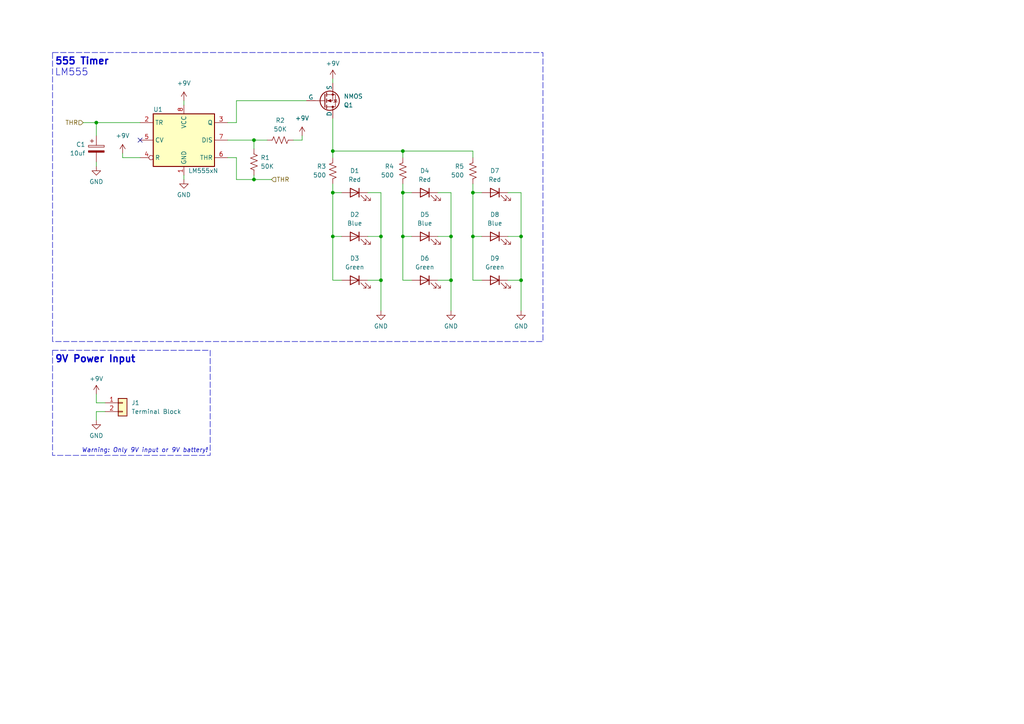
<source format=kicad_sch>
(kicad_sch (version 20230121) (generator eeschema)

  (uuid c4484f03-557e-4657-a7c0-429db6604447)

  (paper "A4")

  (title_block
    (title "Onboarding 555 Timer LEDs")
    (date "2023-12-21")
    (rev "A")
    (company "Illinois Space Society")
    (comment 4 "Authors:")
  )

  (lib_symbols
    (symbol "Connector_Generic:Conn_01x02" (pin_names (offset 1.016) hide) (in_bom yes) (on_board yes)
      (property "Reference" "J" (at 0 2.54 0)
        (effects (font (size 1.27 1.27)))
      )
      (property "Value" "Conn_01x02" (at 0 -5.08 0)
        (effects (font (size 1.27 1.27)))
      )
      (property "Footprint" "" (at 0 0 0)
        (effects (font (size 1.27 1.27)) hide)
      )
      (property "Datasheet" "~" (at 0 0 0)
        (effects (font (size 1.27 1.27)) hide)
      )
      (property "ki_keywords" "connector" (at 0 0 0)
        (effects (font (size 1.27 1.27)) hide)
      )
      (property "ki_description" "Generic connector, single row, 01x02, script generated (kicad-library-utils/schlib/autogen/connector/)" (at 0 0 0)
        (effects (font (size 1.27 1.27)) hide)
      )
      (property "ki_fp_filters" "Connector*:*_1x??_*" (at 0 0 0)
        (effects (font (size 1.27 1.27)) hide)
      )
      (symbol "Conn_01x02_1_1"
        (rectangle (start -1.27 -2.413) (end 0 -2.667)
          (stroke (width 0.1524) (type default))
          (fill (type none))
        )
        (rectangle (start -1.27 0.127) (end 0 -0.127)
          (stroke (width 0.1524) (type default))
          (fill (type none))
        )
        (rectangle (start -1.27 1.27) (end 1.27 -3.81)
          (stroke (width 0.254) (type default))
          (fill (type background))
        )
        (pin passive line (at -5.08 0 0) (length 3.81)
          (name "Pin_1" (effects (font (size 1.27 1.27))))
          (number "1" (effects (font (size 1.27 1.27))))
        )
        (pin passive line (at -5.08 -2.54 0) (length 3.81)
          (name "Pin_2" (effects (font (size 1.27 1.27))))
          (number "2" (effects (font (size 1.27 1.27))))
        )
      )
    )
    (symbol "Device:C_Polarized" (pin_numbers hide) (pin_names (offset 0.254)) (in_bom yes) (on_board yes)
      (property "Reference" "C" (at 0.635 2.54 0)
        (effects (font (size 1.27 1.27)) (justify left))
      )
      (property "Value" "C_Polarized" (at 0.635 -2.54 0)
        (effects (font (size 1.27 1.27)) (justify left))
      )
      (property "Footprint" "" (at 0.9652 -3.81 0)
        (effects (font (size 1.27 1.27)) hide)
      )
      (property "Datasheet" "~" (at 0 0 0)
        (effects (font (size 1.27 1.27)) hide)
      )
      (property "ki_keywords" "cap capacitor" (at 0 0 0)
        (effects (font (size 1.27 1.27)) hide)
      )
      (property "ki_description" "Polarized capacitor" (at 0 0 0)
        (effects (font (size 1.27 1.27)) hide)
      )
      (property "ki_fp_filters" "CP_*" (at 0 0 0)
        (effects (font (size 1.27 1.27)) hide)
      )
      (symbol "C_Polarized_0_1"
        (rectangle (start -2.286 0.508) (end 2.286 1.016)
          (stroke (width 0) (type default))
          (fill (type none))
        )
        (polyline
          (pts
            (xy -1.778 2.286)
            (xy -0.762 2.286)
          )
          (stroke (width 0) (type default))
          (fill (type none))
        )
        (polyline
          (pts
            (xy -1.27 2.794)
            (xy -1.27 1.778)
          )
          (stroke (width 0) (type default))
          (fill (type none))
        )
        (rectangle (start 2.286 -0.508) (end -2.286 -1.016)
          (stroke (width 0) (type default))
          (fill (type outline))
        )
      )
      (symbol "C_Polarized_1_1"
        (pin passive line (at 0 3.81 270) (length 2.794)
          (name "~" (effects (font (size 1.27 1.27))))
          (number "1" (effects (font (size 1.27 1.27))))
        )
        (pin passive line (at 0 -3.81 90) (length 2.794)
          (name "~" (effects (font (size 1.27 1.27))))
          (number "2" (effects (font (size 1.27 1.27))))
        )
      )
    )
    (symbol "Device:LED" (pin_numbers hide) (pin_names (offset 1.016) hide) (in_bom yes) (on_board yes)
      (property "Reference" "D" (at 0 2.54 0)
        (effects (font (size 1.27 1.27)))
      )
      (property "Value" "LED" (at 0 -2.54 0)
        (effects (font (size 1.27 1.27)))
      )
      (property "Footprint" "" (at 0 0 0)
        (effects (font (size 1.27 1.27)) hide)
      )
      (property "Datasheet" "~" (at 0 0 0)
        (effects (font (size 1.27 1.27)) hide)
      )
      (property "ki_keywords" "LED diode" (at 0 0 0)
        (effects (font (size 1.27 1.27)) hide)
      )
      (property "ki_description" "Light emitting diode" (at 0 0 0)
        (effects (font (size 1.27 1.27)) hide)
      )
      (property "ki_fp_filters" "LED* LED_SMD:* LED_THT:*" (at 0 0 0)
        (effects (font (size 1.27 1.27)) hide)
      )
      (symbol "LED_0_1"
        (polyline
          (pts
            (xy -1.27 -1.27)
            (xy -1.27 1.27)
          )
          (stroke (width 0.254) (type default))
          (fill (type none))
        )
        (polyline
          (pts
            (xy -1.27 0)
            (xy 1.27 0)
          )
          (stroke (width 0) (type default))
          (fill (type none))
        )
        (polyline
          (pts
            (xy 1.27 -1.27)
            (xy 1.27 1.27)
            (xy -1.27 0)
            (xy 1.27 -1.27)
          )
          (stroke (width 0.254) (type default))
          (fill (type none))
        )
        (polyline
          (pts
            (xy -3.048 -0.762)
            (xy -4.572 -2.286)
            (xy -3.81 -2.286)
            (xy -4.572 -2.286)
            (xy -4.572 -1.524)
          )
          (stroke (width 0) (type default))
          (fill (type none))
        )
        (polyline
          (pts
            (xy -1.778 -0.762)
            (xy -3.302 -2.286)
            (xy -2.54 -2.286)
            (xy -3.302 -2.286)
            (xy -3.302 -1.524)
          )
          (stroke (width 0) (type default))
          (fill (type none))
        )
      )
      (symbol "LED_1_1"
        (pin passive line (at -3.81 0 0) (length 2.54)
          (name "K" (effects (font (size 1.27 1.27))))
          (number "1" (effects (font (size 1.27 1.27))))
        )
        (pin passive line (at 3.81 0 180) (length 2.54)
          (name "A" (effects (font (size 1.27 1.27))))
          (number "2" (effects (font (size 1.27 1.27))))
        )
      )
    )
    (symbol "Device:R_US" (pin_numbers hide) (pin_names (offset 0)) (in_bom yes) (on_board yes)
      (property "Reference" "R" (at 2.54 0 90)
        (effects (font (size 1.27 1.27)))
      )
      (property "Value" "R_US" (at -2.54 0 90)
        (effects (font (size 1.27 1.27)))
      )
      (property "Footprint" "" (at 1.016 -0.254 90)
        (effects (font (size 1.27 1.27)) hide)
      )
      (property "Datasheet" "~" (at 0 0 0)
        (effects (font (size 1.27 1.27)) hide)
      )
      (property "ki_keywords" "R res resistor" (at 0 0 0)
        (effects (font (size 1.27 1.27)) hide)
      )
      (property "ki_description" "Resistor, US symbol" (at 0 0 0)
        (effects (font (size 1.27 1.27)) hide)
      )
      (property "ki_fp_filters" "R_*" (at 0 0 0)
        (effects (font (size 1.27 1.27)) hide)
      )
      (symbol "R_US_0_1"
        (polyline
          (pts
            (xy 0 -2.286)
            (xy 0 -2.54)
          )
          (stroke (width 0) (type default))
          (fill (type none))
        )
        (polyline
          (pts
            (xy 0 2.286)
            (xy 0 2.54)
          )
          (stroke (width 0) (type default))
          (fill (type none))
        )
        (polyline
          (pts
            (xy 0 -0.762)
            (xy 1.016 -1.143)
            (xy 0 -1.524)
            (xy -1.016 -1.905)
            (xy 0 -2.286)
          )
          (stroke (width 0) (type default))
          (fill (type none))
        )
        (polyline
          (pts
            (xy 0 0.762)
            (xy 1.016 0.381)
            (xy 0 0)
            (xy -1.016 -0.381)
            (xy 0 -0.762)
          )
          (stroke (width 0) (type default))
          (fill (type none))
        )
        (polyline
          (pts
            (xy 0 2.286)
            (xy 1.016 1.905)
            (xy 0 1.524)
            (xy -1.016 1.143)
            (xy 0 0.762)
          )
          (stroke (width 0) (type default))
          (fill (type none))
        )
      )
      (symbol "R_US_1_1"
        (pin passive line (at 0 3.81 270) (length 1.27)
          (name "~" (effects (font (size 1.27 1.27))))
          (number "1" (effects (font (size 1.27 1.27))))
        )
        (pin passive line (at 0 -3.81 90) (length 1.27)
          (name "~" (effects (font (size 1.27 1.27))))
          (number "2" (effects (font (size 1.27 1.27))))
        )
      )
    )
    (symbol "Simulation_SPICE:NMOS" (pin_numbers hide) (pin_names (offset 0)) (in_bom yes) (on_board yes)
      (property "Reference" "Q" (at 5.08 1.27 0)
        (effects (font (size 1.27 1.27)) (justify left))
      )
      (property "Value" "NMOS" (at 5.08 -1.27 0)
        (effects (font (size 1.27 1.27)) (justify left))
      )
      (property "Footprint" "" (at 5.08 2.54 0)
        (effects (font (size 1.27 1.27)) hide)
      )
      (property "Datasheet" "https://ngspice.sourceforge.io/docs/ngspice-manual.pdf" (at 0 -12.7 0)
        (effects (font (size 1.27 1.27)) hide)
      )
      (property "Sim.Device" "NMOS" (at 0 -17.145 0)
        (effects (font (size 1.27 1.27)) hide)
      )
      (property "Sim.Type" "VDMOS" (at 0 -19.05 0)
        (effects (font (size 1.27 1.27)) hide)
      )
      (property "Sim.Pins" "1=D 2=G 3=S" (at 0 -15.24 0)
        (effects (font (size 1.27 1.27)) hide)
      )
      (property "ki_keywords" "transistor NMOS N-MOS N-MOSFET simulation" (at 0 0 0)
        (effects (font (size 1.27 1.27)) hide)
      )
      (property "ki_description" "N-MOSFET transistor, drain/source/gate" (at 0 0 0)
        (effects (font (size 1.27 1.27)) hide)
      )
      (symbol "NMOS_0_1"
        (polyline
          (pts
            (xy 0.254 0)
            (xy -2.54 0)
          )
          (stroke (width 0) (type default))
          (fill (type none))
        )
        (polyline
          (pts
            (xy 0.254 1.905)
            (xy 0.254 -1.905)
          )
          (stroke (width 0.254) (type default))
          (fill (type none))
        )
        (polyline
          (pts
            (xy 0.762 -1.27)
            (xy 0.762 -2.286)
          )
          (stroke (width 0.254) (type default))
          (fill (type none))
        )
        (polyline
          (pts
            (xy 0.762 0.508)
            (xy 0.762 -0.508)
          )
          (stroke (width 0.254) (type default))
          (fill (type none))
        )
        (polyline
          (pts
            (xy 0.762 2.286)
            (xy 0.762 1.27)
          )
          (stroke (width 0.254) (type default))
          (fill (type none))
        )
        (polyline
          (pts
            (xy 2.54 2.54)
            (xy 2.54 1.778)
          )
          (stroke (width 0) (type default))
          (fill (type none))
        )
        (polyline
          (pts
            (xy 2.54 -2.54)
            (xy 2.54 0)
            (xy 0.762 0)
          )
          (stroke (width 0) (type default))
          (fill (type none))
        )
        (polyline
          (pts
            (xy 0.762 -1.778)
            (xy 3.302 -1.778)
            (xy 3.302 1.778)
            (xy 0.762 1.778)
          )
          (stroke (width 0) (type default))
          (fill (type none))
        )
        (polyline
          (pts
            (xy 1.016 0)
            (xy 2.032 0.381)
            (xy 2.032 -0.381)
            (xy 1.016 0)
          )
          (stroke (width 0) (type default))
          (fill (type outline))
        )
        (polyline
          (pts
            (xy 2.794 0.508)
            (xy 2.921 0.381)
            (xy 3.683 0.381)
            (xy 3.81 0.254)
          )
          (stroke (width 0) (type default))
          (fill (type none))
        )
        (polyline
          (pts
            (xy 3.302 0.381)
            (xy 2.921 -0.254)
            (xy 3.683 -0.254)
            (xy 3.302 0.381)
          )
          (stroke (width 0) (type default))
          (fill (type none))
        )
        (circle (center 1.651 0) (radius 2.794)
          (stroke (width 0.254) (type default))
          (fill (type none))
        )
        (circle (center 2.54 -1.778) (radius 0.254)
          (stroke (width 0) (type default))
          (fill (type outline))
        )
        (circle (center 2.54 1.778) (radius 0.254)
          (stroke (width 0) (type default))
          (fill (type outline))
        )
      )
      (symbol "NMOS_1_1"
        (pin passive line (at 2.54 5.08 270) (length 2.54)
          (name "D" (effects (font (size 1.27 1.27))))
          (number "1" (effects (font (size 1.27 1.27))))
        )
        (pin input line (at -5.08 0 0) (length 2.54)
          (name "G" (effects (font (size 1.27 1.27))))
          (number "2" (effects (font (size 1.27 1.27))))
        )
        (pin passive line (at 2.54 -5.08 90) (length 2.54)
          (name "S" (effects (font (size 1.27 1.27))))
          (number "3" (effects (font (size 1.27 1.27))))
        )
      )
    )
    (symbol "Timer:LM555xN" (in_bom yes) (on_board yes)
      (property "Reference" "U" (at -10.16 8.89 0)
        (effects (font (size 1.27 1.27)) (justify left))
      )
      (property "Value" "LM555xN" (at 2.54 8.89 0)
        (effects (font (size 1.27 1.27)) (justify left))
      )
      (property "Footprint" "Package_DIP:DIP-8_W7.62mm" (at 16.51 -10.16 0)
        (effects (font (size 1.27 1.27)) hide)
      )
      (property "Datasheet" "http://www.ti.com/lit/ds/symlink/lm555.pdf" (at 21.59 -10.16 0)
        (effects (font (size 1.27 1.27)) hide)
      )
      (property "ki_keywords" "single timer 555" (at 0 0 0)
        (effects (font (size 1.27 1.27)) hide)
      )
      (property "ki_description" "Timer, 555 compatible, PDIP-8" (at 0 0 0)
        (effects (font (size 1.27 1.27)) hide)
      )
      (property "ki_fp_filters" "DIP*W7.62mm*" (at 0 0 0)
        (effects (font (size 1.27 1.27)) hide)
      )
      (symbol "LM555xN_0_0"
        (pin power_in line (at 0 -10.16 90) (length 2.54)
          (name "GND" (effects (font (size 1.27 1.27))))
          (number "1" (effects (font (size 1.27 1.27))))
        )
        (pin power_in line (at 0 10.16 270) (length 2.54)
          (name "VCC" (effects (font (size 1.27 1.27))))
          (number "8" (effects (font (size 1.27 1.27))))
        )
      )
      (symbol "LM555xN_0_1"
        (rectangle (start -8.89 -7.62) (end 8.89 7.62)
          (stroke (width 0.254) (type default))
          (fill (type background))
        )
        (rectangle (start -8.89 -7.62) (end 8.89 7.62)
          (stroke (width 0.254) (type default))
          (fill (type background))
        )
      )
      (symbol "LM555xN_1_1"
        (pin input line (at -12.7 5.08 0) (length 3.81)
          (name "TR" (effects (font (size 1.27 1.27))))
          (number "2" (effects (font (size 1.27 1.27))))
        )
        (pin output line (at 12.7 5.08 180) (length 3.81)
          (name "Q" (effects (font (size 1.27 1.27))))
          (number "3" (effects (font (size 1.27 1.27))))
        )
        (pin input inverted (at -12.7 -5.08 0) (length 3.81)
          (name "R" (effects (font (size 1.27 1.27))))
          (number "4" (effects (font (size 1.27 1.27))))
        )
        (pin input line (at -12.7 0 0) (length 3.81)
          (name "CV" (effects (font (size 1.27 1.27))))
          (number "5" (effects (font (size 1.27 1.27))))
        )
        (pin input line (at 12.7 -5.08 180) (length 3.81)
          (name "THR" (effects (font (size 1.27 1.27))))
          (number "6" (effects (font (size 1.27 1.27))))
        )
        (pin input line (at 12.7 0 180) (length 3.81)
          (name "DIS" (effects (font (size 1.27 1.27))))
          (number "7" (effects (font (size 1.27 1.27))))
        )
      )
    )
    (symbol "power:+9V" (power) (pin_names (offset 0)) (in_bom yes) (on_board yes)
      (property "Reference" "#PWR" (at 0 -3.81 0)
        (effects (font (size 1.27 1.27)) hide)
      )
      (property "Value" "+9V" (at 0 3.556 0)
        (effects (font (size 1.27 1.27)))
      )
      (property "Footprint" "" (at 0 0 0)
        (effects (font (size 1.27 1.27)) hide)
      )
      (property "Datasheet" "" (at 0 0 0)
        (effects (font (size 1.27 1.27)) hide)
      )
      (property "ki_keywords" "global power" (at 0 0 0)
        (effects (font (size 1.27 1.27)) hide)
      )
      (property "ki_description" "Power symbol creates a global label with name \"+9V\"" (at 0 0 0)
        (effects (font (size 1.27 1.27)) hide)
      )
      (symbol "+9V_0_1"
        (polyline
          (pts
            (xy -0.762 1.27)
            (xy 0 2.54)
          )
          (stroke (width 0) (type default))
          (fill (type none))
        )
        (polyline
          (pts
            (xy 0 0)
            (xy 0 2.54)
          )
          (stroke (width 0) (type default))
          (fill (type none))
        )
        (polyline
          (pts
            (xy 0 2.54)
            (xy 0.762 1.27)
          )
          (stroke (width 0) (type default))
          (fill (type none))
        )
      )
      (symbol "+9V_1_1"
        (pin power_in line (at 0 0 90) (length 0) hide
          (name "+9V" (effects (font (size 1.27 1.27))))
          (number "1" (effects (font (size 1.27 1.27))))
        )
      )
    )
    (symbol "power:GND" (power) (pin_names (offset 0)) (in_bom yes) (on_board yes)
      (property "Reference" "#PWR" (at 0 -6.35 0)
        (effects (font (size 1.27 1.27)) hide)
      )
      (property "Value" "GND" (at 0 -3.81 0)
        (effects (font (size 1.27 1.27)))
      )
      (property "Footprint" "" (at 0 0 0)
        (effects (font (size 1.27 1.27)) hide)
      )
      (property "Datasheet" "" (at 0 0 0)
        (effects (font (size 1.27 1.27)) hide)
      )
      (property "ki_keywords" "global power" (at 0 0 0)
        (effects (font (size 1.27 1.27)) hide)
      )
      (property "ki_description" "Power symbol creates a global label with name \"GND\" , ground" (at 0 0 0)
        (effects (font (size 1.27 1.27)) hide)
      )
      (symbol "GND_0_1"
        (polyline
          (pts
            (xy 0 0)
            (xy 0 -1.27)
            (xy 1.27 -1.27)
            (xy 0 -2.54)
            (xy -1.27 -1.27)
            (xy 0 -1.27)
          )
          (stroke (width 0) (type default))
          (fill (type none))
        )
      )
      (symbol "GND_1_1"
        (pin power_in line (at 0 0 270) (length 0) hide
          (name "GND" (effects (font (size 1.27 1.27))))
          (number "1" (effects (font (size 1.27 1.27))))
        )
      )
    )
  )

  (junction (at 137.16 68.58) (diameter 0) (color 0 0 0 0)
    (uuid 0935990f-bac7-481f-b9de-67cb7d3024d2)
  )
  (junction (at 27.94 35.56) (diameter 0) (color 0 0 0 0)
    (uuid 0f7264fb-15a2-4d6d-a38a-b89f25cf23c5)
  )
  (junction (at 73.66 40.64) (diameter 0) (color 0 0 0 0)
    (uuid 1836232f-d63b-4b9d-be74-1cba02ada9c4)
  )
  (junction (at 151.13 68.58) (diameter 0) (color 0 0 0 0)
    (uuid 2998591e-3ad6-4809-853c-95760959c7fa)
  )
  (junction (at 96.52 43.815) (diameter 0) (color 0 0 0 0)
    (uuid 31ab15a4-7936-41a0-a0e0-0932252dba20)
  )
  (junction (at 96.52 55.88) (diameter 0) (color 0 0 0 0)
    (uuid 4894a22a-1a07-419c-8336-221887461be6)
  )
  (junction (at 116.84 68.58) (diameter 0) (color 0 0 0 0)
    (uuid 70980801-a3ba-4c5e-bf33-5b3204087137)
  )
  (junction (at 73.66 52.07) (diameter 0) (color 0 0 0 0)
    (uuid 7f25b954-f2f0-4d52-afa2-67339a75a090)
  )
  (junction (at 110.49 68.58) (diameter 0) (color 0 0 0 0)
    (uuid 855de1b9-1599-43c9-8abc-a539d6bbb5d3)
  )
  (junction (at 116.84 43.815) (diameter 0) (color 0 0 0 0)
    (uuid a0c827d2-2aa5-421d-ab73-e2bdc873be30)
  )
  (junction (at 137.16 55.88) (diameter 0) (color 0 0 0 0)
    (uuid a3ade2e2-e74e-44c6-bfd8-159b6f1315ff)
  )
  (junction (at 110.49 81.28) (diameter 0) (color 0 0 0 0)
    (uuid b097b3da-fcce-4423-b63f-6ac4eb613ad3)
  )
  (junction (at 130.81 81.28) (diameter 0) (color 0 0 0 0)
    (uuid e50cc52a-9f2d-4440-b82e-3f68c5461990)
  )
  (junction (at 116.84 55.88) (diameter 0) (color 0 0 0 0)
    (uuid e8f4e064-ca52-48e3-8298-576854d56956)
  )
  (junction (at 151.13 81.28) (diameter 0) (color 0 0 0 0)
    (uuid f2a941da-17c3-468e-9dff-2ea2da3ff291)
  )
  (junction (at 96.52 68.58) (diameter 0) (color 0 0 0 0)
    (uuid f2f85bb3-12b5-4d63-af7c-dce2fd8e4d0d)
  )
  (junction (at 130.81 68.58) (diameter 0) (color 0 0 0 0)
    (uuid f6bb9c6b-e803-4c62-9e59-4b44d3e785ba)
  )

  (no_connect (at 40.64 40.64) (uuid 7121ce4c-d4d8-4fb5-9ba4-20645bb6f8b1))

  (wire (pts (xy 96.52 68.58) (xy 99.06 68.58))
    (stroke (width 0) (type default))
    (uuid 0152471d-4efd-48ab-998b-dc4b3594302d)
  )
  (wire (pts (xy 73.66 40.64) (xy 77.47 40.64))
    (stroke (width 0) (type default))
    (uuid 04731993-0d59-4496-92c4-2c0aaa391640)
  )
  (wire (pts (xy 139.7 81.28) (xy 137.16 81.28))
    (stroke (width 0) (type default))
    (uuid 1086143b-7e12-4eb3-a8df-2412da8381fa)
  )
  (wire (pts (xy 151.13 68.58) (xy 151.13 81.28))
    (stroke (width 0) (type default))
    (uuid 108c1f14-6148-4055-ae80-bae738e7aea3)
  )
  (wire (pts (xy 110.49 68.58) (xy 110.49 81.28))
    (stroke (width 0) (type default))
    (uuid 11fe5abf-d211-4d69-a414-a6fbec41904c)
  )
  (wire (pts (xy 130.81 68.58) (xy 130.81 81.28))
    (stroke (width 0) (type default))
    (uuid 1fe60fa1-3a1b-4c41-8262-3f5e0a3f753d)
  )
  (wire (pts (xy 96.52 53.34) (xy 96.52 55.88))
    (stroke (width 0) (type default))
    (uuid 293e68a8-e4c8-4d57-a809-0448c1ed1743)
  )
  (wire (pts (xy 35.56 44.45) (xy 35.56 45.72))
    (stroke (width 0) (type default))
    (uuid 35432ca4-9493-4efc-a1e8-0c5c104d6a1e)
  )
  (wire (pts (xy 119.38 55.88) (xy 116.84 55.88))
    (stroke (width 0) (type default))
    (uuid 3a258b5e-8f6c-4274-a30b-26dc7858c105)
  )
  (wire (pts (xy 116.84 55.88) (xy 116.84 68.58))
    (stroke (width 0) (type default))
    (uuid 3a764c85-93c9-4848-aaf3-57ab9289597c)
  )
  (wire (pts (xy 151.13 81.28) (xy 147.32 81.28))
    (stroke (width 0) (type default))
    (uuid 3d4c5f2c-53ac-4e0d-99d9-515ddad0232d)
  )
  (wire (pts (xy 96.52 43.815) (xy 96.52 45.72))
    (stroke (width 0) (type default))
    (uuid 3d94f8c0-b72a-40fc-9789-c816a9bfb20f)
  )
  (wire (pts (xy 68.58 52.07) (xy 68.58 45.72))
    (stroke (width 0) (type default))
    (uuid 444e99aa-9209-4099-aec8-67c963415891)
  )
  (wire (pts (xy 110.49 81.28) (xy 106.68 81.28))
    (stroke (width 0) (type default))
    (uuid 44e0060d-4479-48b6-9337-b60e84330ae9)
  )
  (wire (pts (xy 27.94 46.99) (xy 27.94 48.26))
    (stroke (width 0) (type default))
    (uuid 4654a6ac-bdae-4fa4-acaa-034ab13166ee)
  )
  (wire (pts (xy 96.52 81.28) (xy 99.06 81.28))
    (stroke (width 0) (type default))
    (uuid 46a4f38c-5569-4428-8519-3dbbf985f9ec)
  )
  (wire (pts (xy 68.58 29.21) (xy 68.58 35.56))
    (stroke (width 0) (type default))
    (uuid 48c152ad-51e1-424c-8066-a3b74ef9f6c6)
  )
  (wire (pts (xy 106.68 55.88) (xy 110.49 55.88))
    (stroke (width 0) (type default))
    (uuid 4e808d7c-32f5-4738-8db6-d130bca98127)
  )
  (wire (pts (xy 130.81 81.28) (xy 127 81.28))
    (stroke (width 0) (type default))
    (uuid 56e1bd7c-ddc4-4309-b9d6-2fe0c3fab1eb)
  )
  (wire (pts (xy 116.84 81.28) (xy 119.38 81.28))
    (stroke (width 0) (type default))
    (uuid 59bfdef9-4bba-4779-863f-2ecc2a8feb9c)
  )
  (wire (pts (xy 96.52 22.86) (xy 96.52 24.13))
    (stroke (width 0) (type default))
    (uuid 60342cb2-9e15-40db-8743-17fab6f19ff8)
  )
  (wire (pts (xy 96.52 43.815) (xy 116.84 43.815))
    (stroke (width 0) (type default))
    (uuid 61472bab-28b5-4d15-b567-0e98d0d0bece)
  )
  (wire (pts (xy 85.09 40.64) (xy 87.63 40.64))
    (stroke (width 0) (type default))
    (uuid 66705233-79e3-4441-bf13-2beb0e76d136)
  )
  (wire (pts (xy 73.66 40.64) (xy 73.66 43.18))
    (stroke (width 0) (type default))
    (uuid 6a4eedb4-d26c-4e90-9aed-4f87e0c3fbc7)
  )
  (wire (pts (xy 68.58 45.72) (xy 66.04 45.72))
    (stroke (width 0) (type default))
    (uuid 709edffd-4866-4468-94cb-d289d61856a5)
  )
  (wire (pts (xy 27.94 121.92) (xy 27.94 119.38))
    (stroke (width 0) (type default))
    (uuid 72277841-8787-4827-8a7f-cfd2c0fed6f5)
  )
  (wire (pts (xy 137.16 55.88) (xy 137.16 68.58))
    (stroke (width 0) (type default))
    (uuid 7376c81c-6491-4460-a8ba-e769b93e3809)
  )
  (wire (pts (xy 78.74 52.07) (xy 73.66 52.07))
    (stroke (width 0) (type default))
    (uuid 7573e3c5-8098-4840-8dba-d3c55e43c883)
  )
  (wire (pts (xy 137.16 68.58) (xy 137.16 81.28))
    (stroke (width 0) (type default))
    (uuid 7dad0c4f-1541-4542-a80a-9ce8c517609c)
  )
  (wire (pts (xy 66.04 40.64) (xy 73.66 40.64))
    (stroke (width 0) (type default))
    (uuid 7fa550cd-c65d-4b80-9533-ed43d418628a)
  )
  (wire (pts (xy 96.52 55.88) (xy 96.52 68.58))
    (stroke (width 0) (type default))
    (uuid 8029b7a2-6ef5-4446-a6f3-2f9681c2c8e5)
  )
  (wire (pts (xy 27.94 119.38) (xy 30.48 119.38))
    (stroke (width 0) (type default))
    (uuid 80c79de2-6270-4e66-9176-c4e6d151b5a8)
  )
  (wire (pts (xy 127 55.88) (xy 130.81 55.88))
    (stroke (width 0) (type default))
    (uuid 85345c92-4a08-4f75-879f-0535afe69941)
  )
  (wire (pts (xy 137.16 43.815) (xy 137.16 45.72))
    (stroke (width 0) (type default))
    (uuid 86467862-841c-4b5a-a0dc-8c34ed25e3d8)
  )
  (wire (pts (xy 35.56 45.72) (xy 40.64 45.72))
    (stroke (width 0) (type default))
    (uuid 86e1e5dd-a511-416c-8995-bbb63b2c249f)
  )
  (wire (pts (xy 66.04 35.56) (xy 68.58 35.56))
    (stroke (width 0) (type default))
    (uuid 86f21c35-184c-4835-abd1-a622124769f6)
  )
  (wire (pts (xy 116.84 68.58) (xy 119.38 68.58))
    (stroke (width 0) (type default))
    (uuid 968630f3-7ab5-4aca-8711-18c47c1b4782)
  )
  (wire (pts (xy 99.06 55.88) (xy 96.52 55.88))
    (stroke (width 0) (type default))
    (uuid 99b65457-da45-444c-8a83-beb34861b332)
  )
  (wire (pts (xy 68.58 29.21) (xy 88.9 29.21))
    (stroke (width 0) (type default))
    (uuid 9abfdf0d-2112-4393-8563-816a202f8d7c)
  )
  (wire (pts (xy 139.7 68.58) (xy 137.16 68.58))
    (stroke (width 0) (type default))
    (uuid 9baf1550-f6b5-4858-9389-1132bb82eb45)
  )
  (wire (pts (xy 27.94 116.84) (xy 30.48 116.84))
    (stroke (width 0) (type default))
    (uuid 9ca4ac3d-32ab-4ee4-bba6-e212f2a1a7bc)
  )
  (wire (pts (xy 27.94 35.56) (xy 27.94 39.37))
    (stroke (width 0) (type default))
    (uuid a23c525f-b6e9-4bdf-9a6b-c984de782a31)
  )
  (wire (pts (xy 73.66 52.07) (xy 73.66 50.8))
    (stroke (width 0) (type default))
    (uuid a7f43181-8abb-4cdc-89c9-df01291c678c)
  )
  (wire (pts (xy 53.34 29.21) (xy 53.34 30.48))
    (stroke (width 0) (type default))
    (uuid a80ad128-358f-4856-97e7-e1f9def0852b)
  )
  (wire (pts (xy 130.81 68.58) (xy 127 68.58))
    (stroke (width 0) (type default))
    (uuid ab108bfc-1686-4d35-b9e8-de9560509948)
  )
  (wire (pts (xy 68.58 52.07) (xy 73.66 52.07))
    (stroke (width 0) (type default))
    (uuid ad8cedc3-3975-4cea-9109-4af377e6738a)
  )
  (wire (pts (xy 110.49 81.28) (xy 110.49 90.17))
    (stroke (width 0) (type default))
    (uuid aed761e9-379f-4e4e-aa66-f3e3241a1c9e)
  )
  (wire (pts (xy 116.84 43.815) (xy 116.84 45.72))
    (stroke (width 0) (type default))
    (uuid b1a84098-6ca2-4894-900a-2981aa0be6c2)
  )
  (wire (pts (xy 137.16 53.34) (xy 137.16 55.88))
    (stroke (width 0) (type default))
    (uuid b438d46b-4932-4a8b-b04f-0fd61085a051)
  )
  (wire (pts (xy 137.16 43.815) (xy 116.84 43.815))
    (stroke (width 0) (type default))
    (uuid b652a1a5-8992-4ef7-8742-fbbc1911246d)
  )
  (wire (pts (xy 130.81 55.88) (xy 130.81 68.58))
    (stroke (width 0) (type default))
    (uuid b9069c15-42de-4d36-9944-776b3846dcc4)
  )
  (wire (pts (xy 116.84 68.58) (xy 116.84 81.28))
    (stroke (width 0) (type default))
    (uuid bf3a4d84-f0b6-4d2b-b0cd-67c796325440)
  )
  (wire (pts (xy 110.49 68.58) (xy 106.68 68.58))
    (stroke (width 0) (type default))
    (uuid c19faa61-5e69-4304-8599-7b8750111460)
  )
  (wire (pts (xy 151.13 81.28) (xy 151.13 90.17))
    (stroke (width 0) (type default))
    (uuid cd6018f3-bd32-4726-997a-f4bd24bffd36)
  )
  (wire (pts (xy 87.63 40.64) (xy 87.63 39.37))
    (stroke (width 0) (type default))
    (uuid cde68366-fb4b-4fbf-9909-035bb34a20cb)
  )
  (wire (pts (xy 27.94 35.56) (xy 40.64 35.56))
    (stroke (width 0) (type default))
    (uuid d2940a7b-d7d5-404a-b3a6-091d521742ca)
  )
  (wire (pts (xy 147.32 55.88) (xy 151.13 55.88))
    (stroke (width 0) (type default))
    (uuid d6a048f5-69ad-4b51-b68b-53bd72c0595f)
  )
  (wire (pts (xy 110.49 55.88) (xy 110.49 68.58))
    (stroke (width 0) (type default))
    (uuid db94206f-1f0b-4cc8-90e0-998455361fb3)
  )
  (wire (pts (xy 130.81 81.28) (xy 130.81 90.17))
    (stroke (width 0) (type default))
    (uuid dead1446-7fd1-4911-944c-eb9c4bb6aab6)
  )
  (wire (pts (xy 27.94 114.3) (xy 27.94 116.84))
    (stroke (width 0) (type default))
    (uuid e59be66c-ba86-427b-a917-8259ceff6610)
  )
  (wire (pts (xy 53.34 50.8) (xy 53.34 52.07))
    (stroke (width 0) (type default))
    (uuid e8ac73d1-8aa1-47cf-9190-7ec2f00de8be)
  )
  (wire (pts (xy 139.7 55.88) (xy 137.16 55.88))
    (stroke (width 0) (type default))
    (uuid e9547016-edf4-4b86-8d80-2c13225e4805)
  )
  (wire (pts (xy 96.52 34.29) (xy 96.52 43.815))
    (stroke (width 0) (type default))
    (uuid ed03bed8-e7f7-476e-8965-fbde9ab795d2)
  )
  (wire (pts (xy 151.13 55.88) (xy 151.13 68.58))
    (stroke (width 0) (type default))
    (uuid f2b52c49-a0be-45db-bd3a-a89645f77cd5)
  )
  (wire (pts (xy 116.84 53.34) (xy 116.84 55.88))
    (stroke (width 0) (type default))
    (uuid f3b7f2cc-f548-43e9-8e13-9e9962196a37)
  )
  (wire (pts (xy 24.13 35.56) (xy 27.94 35.56))
    (stroke (width 0) (type default))
    (uuid f49b6433-5577-42cc-8d87-f68834e41c41)
  )
  (wire (pts (xy 151.13 68.58) (xy 147.32 68.58))
    (stroke (width 0) (type default))
    (uuid f67044c9-54f9-41f7-9ac2-4ee3d9b4525e)
  )
  (wire (pts (xy 96.52 68.58) (xy 96.52 81.28))
    (stroke (width 0) (type default))
    (uuid ff8ea65c-6edb-44b5-9e42-540743deb1f2)
  )

  (rectangle (start 15.24 15.24) (end 157.48 99.06)
    (stroke (width 0) (type dash))
    (fill (type none))
    (uuid ed8d81d3-128b-490c-a724-09831b806c49)
  )
  (rectangle (start 15.24 101.6) (end 60.96 132.08)
    (stroke (width 0) (type dash))
    (fill (type none))
    (uuid fcb993c5-89b6-4a91-84d4-e6ee281e849f)
  )

  (text "LM555" (at 15.875 22.225 0)
    (effects (font (size 2 2)) (justify left bottom))
    (uuid 55242280-b894-47ab-ba88-60156e789f19)
  )
  (text "555 Timer" (at 15.875 19.05 0)
    (effects (font (size 2 2) (thickness 0.4) bold) (justify left bottom))
    (uuid c1231bca-63d0-4405-880b-77a38d5e4eaf)
  )
  (text "9V Power Input" (at 15.875 105.41 0)
    (effects (font (size 2 2) (thickness 0.4) bold) (justify left bottom))
    (uuid c3e5d5d3-0b9e-4d32-8239-5d04ee96f320)
  )
  (text "Warning: Only 9V input or 9V battery!" (at 60.325 131.445 0)
    (effects (font (size 1.27 1.27) italic) (justify right bottom))
    (uuid d89884ec-bad6-4b80-8410-3c2a7dd358aa)
  )

  (hierarchical_label "THR" (shape input) (at 24.13 35.56 180) (fields_autoplaced)
    (effects (font (size 1.27 1.27)) (justify right))
    (uuid 085b56ad-37a5-4377-bfa8-045e4d6c39cc)
  )
  (hierarchical_label "THR" (shape input) (at 78.74 52.07 0) (fields_autoplaced)
    (effects (font (size 1.27 1.27)) (justify left))
    (uuid 22185c97-4b0f-4dec-bdd4-09286f5cf24a)
  )

  (symbol (lib_id "Device:R_US") (at 73.66 46.99 0) (unit 1)
    (in_bom yes) (on_board yes) (dnp no)
    (uuid 007df040-3dcd-4a5a-96dc-206b77b7f268)
    (property "Reference" "R1" (at 75.565 45.72 0)
      (effects (font (size 1.27 1.27)) (justify left))
    )
    (property "Value" "50K" (at 75.565 48.26 0)
      (effects (font (size 1.27 1.27)) (justify left))
    )
    (property "Footprint" "Resistor_THT:R_Axial_DIN0204_L3.6mm_D1.6mm_P2.54mm_Vertical" (at 74.676 47.244 90)
      (effects (font (size 1.27 1.27)) hide)
    )
    (property "Datasheet" "~" (at 73.66 46.99 0)
      (effects (font (size 1.27 1.27)) hide)
    )
    (pin "1" (uuid 018ccbeb-24f8-48dd-81a9-2c083af341a2))
    (pin "2" (uuid 2488d577-00f3-457c-ada4-f1b201720f5f))
    (instances
      (project "SpaceShot_Onboarding_Project"
        (path "/c4484f03-557e-4657-a7c0-429db6604447"
          (reference "R1") (unit 1)
        )
      )
    )
  )

  (symbol (lib_id "power:+9V") (at 35.56 44.45 0) (unit 1)
    (in_bom yes) (on_board yes) (dnp no) (fields_autoplaced)
    (uuid 048f40c6-d5ac-4a1b-9071-15db1f9f0118)
    (property "Reference" "#PWR04" (at 35.56 48.26 0)
      (effects (font (size 1.27 1.27)) hide)
    )
    (property "Value" "+9V" (at 35.56 39.37 0)
      (effects (font (size 1.27 1.27)))
    )
    (property "Footprint" "" (at 35.56 44.45 0)
      (effects (font (size 1.27 1.27)) hide)
    )
    (property "Datasheet" "" (at 35.56 44.45 0)
      (effects (font (size 1.27 1.27)) hide)
    )
    (pin "1" (uuid 9089554f-c6a1-4f8f-b999-a66d3a964e46))
    (instances
      (project "SpaceShot_Onboarding_Project"
        (path "/c4484f03-557e-4657-a7c0-429db6604447"
          (reference "#PWR04") (unit 1)
        )
      )
    )
  )

  (symbol (lib_id "Device:LED") (at 102.87 81.28 0) (mirror y) (unit 1)
    (in_bom yes) (on_board yes) (dnp no)
    (uuid 1bd1a8ca-1478-4d29-8033-91290f78c0a5)
    (property "Reference" "D3" (at 102.87 74.93 0)
      (effects (font (size 1.27 1.27)))
    )
    (property "Value" "Green" (at 102.87 77.47 0)
      (effects (font (size 1.27 1.27)))
    )
    (property "Footprint" "LED_THT:LED_D4.0mm" (at 102.87 81.28 0)
      (effects (font (size 1.27 1.27)) hide)
    )
    (property "Datasheet" "~" (at 102.87 81.28 0)
      (effects (font (size 1.27 1.27)) hide)
    )
    (pin "1" (uuid 350a3d3a-7106-4300-9e18-403a13905633))
    (pin "2" (uuid 17c0019d-54c3-464b-a183-0fc1ed44b16f))
    (instances
      (project "SpaceShot_Onboarding_Project"
        (path "/c4484f03-557e-4657-a7c0-429db6604447"
          (reference "D3") (unit 1)
        )
      )
    )
  )

  (symbol (lib_id "power:+9V") (at 27.94 114.3 0) (unit 1)
    (in_bom yes) (on_board yes) (dnp no)
    (uuid 22b4e5b1-0c31-4a7a-812a-d0d3fea3d1d5)
    (property "Reference" "#PWR02" (at 27.94 118.11 0)
      (effects (font (size 1.27 1.27)) hide)
    )
    (property "Value" "+9V" (at 27.94 109.855 0)
      (effects (font (size 1.27 1.27)))
    )
    (property "Footprint" "" (at 27.94 114.3 0)
      (effects (font (size 1.27 1.27)) hide)
    )
    (property "Datasheet" "" (at 27.94 114.3 0)
      (effects (font (size 1.27 1.27)) hide)
    )
    (pin "1" (uuid 752dc02b-63af-4ff5-aea7-81847522bc1f))
    (instances
      (project "SpaceShot_Onboarding_Project"
        (path "/c4484f03-557e-4657-a7c0-429db6604447"
          (reference "#PWR02") (unit 1)
        )
      )
    )
  )

  (symbol (lib_id "Device:LED") (at 123.19 68.58 0) (mirror y) (unit 1)
    (in_bom yes) (on_board yes) (dnp no)
    (uuid 267c609c-e653-4ad4-ac3a-a87eac2fbc96)
    (property "Reference" "D5" (at 123.19 62.23 0)
      (effects (font (size 1.27 1.27)))
    )
    (property "Value" "Blue" (at 123.19 64.77 0)
      (effects (font (size 1.27 1.27)))
    )
    (property "Footprint" "LED_THT:LED_D4.0mm" (at 123.19 68.58 0)
      (effects (font (size 1.27 1.27)) hide)
    )
    (property "Datasheet" "~" (at 123.19 68.58 0)
      (effects (font (size 1.27 1.27)) hide)
    )
    (pin "1" (uuid 619c1d92-0cba-4654-b36f-92f291d93695))
    (pin "2" (uuid cb72ae50-9086-4216-bc7b-4378311c4e3b))
    (instances
      (project "SpaceShot_Onboarding_Project"
        (path "/c4484f03-557e-4657-a7c0-429db6604447"
          (reference "D5") (unit 1)
        )
      )
    )
  )

  (symbol (lib_id "power:+9V") (at 53.34 29.21 0) (unit 1)
    (in_bom yes) (on_board yes) (dnp no) (fields_autoplaced)
    (uuid 4110b138-4591-4902-9a17-f064277b7c45)
    (property "Reference" "#PWR05" (at 53.34 33.02 0)
      (effects (font (size 1.27 1.27)) hide)
    )
    (property "Value" "+9V" (at 53.34 24.13 0)
      (effects (font (size 1.27 1.27)))
    )
    (property "Footprint" "" (at 53.34 29.21 0)
      (effects (font (size 1.27 1.27)) hide)
    )
    (property "Datasheet" "" (at 53.34 29.21 0)
      (effects (font (size 1.27 1.27)) hide)
    )
    (pin "1" (uuid 8e6c7281-606b-466e-894b-d145aa95c16d))
    (instances
      (project "SpaceShot_Onboarding_Project"
        (path "/c4484f03-557e-4657-a7c0-429db6604447"
          (reference "#PWR05") (unit 1)
        )
      )
    )
  )

  (symbol (lib_id "Device:R_US") (at 137.16 49.53 0) (mirror y) (unit 1)
    (in_bom yes) (on_board yes) (dnp no)
    (uuid 42c911f7-9a07-4770-94d9-89af4937cc91)
    (property "Reference" "R5" (at 134.62 48.26 0)
      (effects (font (size 1.27 1.27)) (justify left))
    )
    (property "Value" "500" (at 134.62 50.8 0)
      (effects (font (size 1.27 1.27)) (justify left))
    )
    (property "Footprint" "Resistor_THT:R_Axial_DIN0204_L3.6mm_D1.6mm_P2.54mm_Vertical" (at 136.144 49.784 90)
      (effects (font (size 1.27 1.27)) hide)
    )
    (property "Datasheet" "~" (at 137.16 49.53 0)
      (effects (font (size 1.27 1.27)) hide)
    )
    (pin "1" (uuid efcf0f04-2396-4e9c-98c2-a0221931ba0f))
    (pin "2" (uuid 404f2f81-8c27-4c82-bc6c-cf7c7ac4b129))
    (instances
      (project "SpaceShot_Onboarding_Project"
        (path "/c4484f03-557e-4657-a7c0-429db6604447"
          (reference "R5") (unit 1)
        )
      )
    )
  )

  (symbol (lib_id "Device:R_US") (at 116.84 49.53 0) (mirror y) (unit 1)
    (in_bom yes) (on_board yes) (dnp no)
    (uuid 45f9c500-21ef-4c0d-b159-8e4a3a270902)
    (property "Reference" "R4" (at 114.3 48.26 0)
      (effects (font (size 1.27 1.27)) (justify left))
    )
    (property "Value" "500" (at 114.3 50.8 0)
      (effects (font (size 1.27 1.27)) (justify left))
    )
    (property "Footprint" "Resistor_THT:R_Axial_DIN0204_L3.6mm_D1.6mm_P2.54mm_Vertical" (at 115.824 49.784 90)
      (effects (font (size 1.27 1.27)) hide)
    )
    (property "Datasheet" "~" (at 116.84 49.53 0)
      (effects (font (size 1.27 1.27)) hide)
    )
    (pin "1" (uuid adc386cd-1cf7-416e-9ffe-fbdd8fe3c882))
    (pin "2" (uuid 9bfc123c-04fc-44a3-9cc2-eb7bfdcd5f15))
    (instances
      (project "SpaceShot_Onboarding_Project"
        (path "/c4484f03-557e-4657-a7c0-429db6604447"
          (reference "R4") (unit 1)
        )
      )
    )
  )

  (symbol (lib_id "power:GND") (at 27.94 48.26 0) (unit 1)
    (in_bom yes) (on_board yes) (dnp no) (fields_autoplaced)
    (uuid 541a0a48-d526-4a81-b3f4-ebeb18449673)
    (property "Reference" "#PWR01" (at 27.94 54.61 0)
      (effects (font (size 1.27 1.27)) hide)
    )
    (property "Value" "GND" (at 27.94 52.705 0)
      (effects (font (size 1.27 1.27)))
    )
    (property "Footprint" "" (at 27.94 48.26 0)
      (effects (font (size 1.27 1.27)) hide)
    )
    (property "Datasheet" "" (at 27.94 48.26 0)
      (effects (font (size 1.27 1.27)) hide)
    )
    (pin "1" (uuid 60c6c49a-96ff-4d68-806f-04fce74b2ce1))
    (instances
      (project "SpaceShot_Onboarding_Project"
        (path "/c4484f03-557e-4657-a7c0-429db6604447"
          (reference "#PWR01") (unit 1)
        )
      )
    )
  )

  (symbol (lib_id "Connector_Generic:Conn_01x02") (at 35.56 116.84 0) (unit 1)
    (in_bom yes) (on_board yes) (dnp no)
    (uuid 5425c7a2-d60c-46dd-9ffd-c7101d3752c9)
    (property "Reference" "J1" (at 38.1 116.84 0)
      (effects (font (size 1.27 1.27)) (justify left))
    )
    (property "Value" "Terminal Block" (at 38.1 119.38 0)
      (effects (font (size 1.27 1.27)) (justify left))
    )
    (property "Footprint" "TerminalBlock_4Ucon:TerminalBlock_4Ucon_1x02_P3.50mm_Horizontal" (at 35.56 116.84 0)
      (effects (font (size 1.27 1.27)) hide)
    )
    (property "Datasheet" "~" (at 35.56 116.84 0)
      (effects (font (size 1.27 1.27)) hide)
    )
    (pin "1" (uuid 424252b2-84b6-4abe-83cf-ac65e9a2f4e2))
    (pin "2" (uuid f51e26d4-67c2-4254-bcfa-9c05ff4192cd))
    (instances
      (project "SpaceShot_Onboarding_Project"
        (path "/c4484f03-557e-4657-a7c0-429db6604447"
          (reference "J1") (unit 1)
        )
      )
    )
  )

  (symbol (lib_id "power:GND") (at 130.81 90.17 0) (mirror y) (unit 1)
    (in_bom yes) (on_board yes) (dnp no) (fields_autoplaced)
    (uuid 72f5b059-2b7d-4519-afda-f332e6ddc730)
    (property "Reference" "#PWR010" (at 130.81 96.52 0)
      (effects (font (size 1.27 1.27)) hide)
    )
    (property "Value" "GND" (at 130.81 94.615 0)
      (effects (font (size 1.27 1.27)))
    )
    (property "Footprint" "" (at 130.81 90.17 0)
      (effects (font (size 1.27 1.27)) hide)
    )
    (property "Datasheet" "" (at 130.81 90.17 0)
      (effects (font (size 1.27 1.27)) hide)
    )
    (pin "1" (uuid c70d84e3-9838-4eba-84d4-16453c255985))
    (instances
      (project "SpaceShot_Onboarding_Project"
        (path "/c4484f03-557e-4657-a7c0-429db6604447"
          (reference "#PWR010") (unit 1)
        )
      )
    )
  )

  (symbol (lib_id "power:+9V") (at 87.63 39.37 0) (unit 1)
    (in_bom yes) (on_board yes) (dnp no) (fields_autoplaced)
    (uuid 73113324-a7c3-4e47-951e-8708b3088e87)
    (property "Reference" "#PWR07" (at 87.63 43.18 0)
      (effects (font (size 1.27 1.27)) hide)
    )
    (property "Value" "+9V" (at 87.63 34.29 0)
      (effects (font (size 1.27 1.27)))
    )
    (property "Footprint" "" (at 87.63 39.37 0)
      (effects (font (size 1.27 1.27)) hide)
    )
    (property "Datasheet" "" (at 87.63 39.37 0)
      (effects (font (size 1.27 1.27)) hide)
    )
    (pin "1" (uuid e58c2d43-c460-4b8b-84d5-39a7ec63a829))
    (instances
      (project "SpaceShot_Onboarding_Project"
        (path "/c4484f03-557e-4657-a7c0-429db6604447"
          (reference "#PWR07") (unit 1)
        )
      )
    )
  )

  (symbol (lib_id "power:GND") (at 53.34 52.07 0) (unit 1)
    (in_bom yes) (on_board yes) (dnp no) (fields_autoplaced)
    (uuid 73c6e6da-9508-4e5a-b045-2e302c82976e)
    (property "Reference" "#PWR06" (at 53.34 58.42 0)
      (effects (font (size 1.27 1.27)) hide)
    )
    (property "Value" "GND" (at 53.34 56.515 0)
      (effects (font (size 1.27 1.27)))
    )
    (property "Footprint" "" (at 53.34 52.07 0)
      (effects (font (size 1.27 1.27)) hide)
    )
    (property "Datasheet" "" (at 53.34 52.07 0)
      (effects (font (size 1.27 1.27)) hide)
    )
    (pin "1" (uuid 91e32b7c-946a-4912-84a8-f937d4c9228e))
    (instances
      (project "SpaceShot_Onboarding_Project"
        (path "/c4484f03-557e-4657-a7c0-429db6604447"
          (reference "#PWR06") (unit 1)
        )
      )
    )
  )

  (symbol (lib_id "Device:R_US") (at 96.52 49.53 0) (mirror y) (unit 1)
    (in_bom yes) (on_board yes) (dnp no)
    (uuid 77dab15d-b9d3-44e0-9a69-60ce876ce341)
    (property "Reference" "R3" (at 94.615 48.26 0)
      (effects (font (size 1.27 1.27)) (justify left))
    )
    (property "Value" "500" (at 94.615 50.8 0)
      (effects (font (size 1.27 1.27)) (justify left))
    )
    (property "Footprint" "Resistor_THT:R_Axial_DIN0204_L3.6mm_D1.6mm_P2.54mm_Vertical" (at 95.504 49.784 90)
      (effects (font (size 1.27 1.27)) hide)
    )
    (property "Datasheet" "~" (at 96.52 49.53 0)
      (effects (font (size 1.27 1.27)) hide)
    )
    (pin "1" (uuid 5798da80-1b43-4e94-b2b3-15fe205928f1))
    (pin "2" (uuid a2f72ae9-52c4-497f-9fc8-cb91d5040074))
    (instances
      (project "SpaceShot_Onboarding_Project"
        (path "/c4484f03-557e-4657-a7c0-429db6604447"
          (reference "R3") (unit 1)
        )
      )
    )
  )

  (symbol (lib_id "Device:LED") (at 143.51 55.88 0) (mirror y) (unit 1)
    (in_bom yes) (on_board yes) (dnp no)
    (uuid 7e171548-3739-47af-af8a-dc458014715b)
    (property "Reference" "D7" (at 143.51 49.53 0)
      (effects (font (size 1.27 1.27)))
    )
    (property "Value" "Red" (at 143.51 52.07 0)
      (effects (font (size 1.27 1.27)))
    )
    (property "Footprint" "LED_THT:LED_D4.0mm" (at 143.51 55.88 0)
      (effects (font (size 1.27 1.27)) hide)
    )
    (property "Datasheet" "~" (at 143.51 55.88 0)
      (effects (font (size 1.27 1.27)) hide)
    )
    (pin "1" (uuid 503214e6-113e-4761-b9b5-dc9604708577))
    (pin "2" (uuid 255e9b35-63a4-4a53-a805-65924c350e3f))
    (instances
      (project "SpaceShot_Onboarding_Project"
        (path "/c4484f03-557e-4657-a7c0-429db6604447"
          (reference "D7") (unit 1)
        )
      )
    )
  )

  (symbol (lib_id "power:GND") (at 27.94 121.92 0) (unit 1)
    (in_bom yes) (on_board yes) (dnp no) (fields_autoplaced)
    (uuid 8ec73217-69bc-43b7-ba5a-23fe7a4ad7c8)
    (property "Reference" "#PWR03" (at 27.94 128.27 0)
      (effects (font (size 1.27 1.27)) hide)
    )
    (property "Value" "GND" (at 27.94 126.365 0)
      (effects (font (size 1.27 1.27)))
    )
    (property "Footprint" "" (at 27.94 121.92 0)
      (effects (font (size 1.27 1.27)) hide)
    )
    (property "Datasheet" "" (at 27.94 121.92 0)
      (effects (font (size 1.27 1.27)) hide)
    )
    (pin "1" (uuid dbe9a176-18c3-420c-8c8e-4df87a85f1ba))
    (instances
      (project "SpaceShot_Onboarding_Project"
        (path "/c4484f03-557e-4657-a7c0-429db6604447"
          (reference "#PWR03") (unit 1)
        )
      )
    )
  )

  (symbol (lib_id "Device:C_Polarized") (at 27.94 43.18 0) (unit 1)
    (in_bom yes) (on_board yes) (dnp no)
    (uuid 8f2fb732-741c-426d-9234-8b9b8b4eaed5)
    (property "Reference" "C1" (at 24.765 41.91 0)
      (effects (font (size 1.27 1.27)) (justify right))
    )
    (property "Value" "10uf" (at 24.765 44.45 0)
      (effects (font (size 1.27 1.27)) (justify right))
    )
    (property "Footprint" "Capacitor_THT:CP_Radial_D5.0mm_P2.00mm" (at 28.9052 46.99 0)
      (effects (font (size 1.27 1.27)) hide)
    )
    (property "Datasheet" "~" (at 27.94 43.18 0)
      (effects (font (size 1.27 1.27)) hide)
    )
    (pin "1" (uuid ee6f8dfc-4bb6-40ce-bec2-24fe89d9ac9d))
    (pin "2" (uuid 679df742-6cf7-4c6b-bda7-ac346c892cd6))
    (instances
      (project "SpaceShot_Onboarding_Project"
        (path "/c4484f03-557e-4657-a7c0-429db6604447"
          (reference "C1") (unit 1)
        )
      )
    )
  )

  (symbol (lib_id "power:GND") (at 110.49 90.17 0) (mirror y) (unit 1)
    (in_bom yes) (on_board yes) (dnp no) (fields_autoplaced)
    (uuid 921a0c28-789c-498e-8a0c-d5e94bfbaf29)
    (property "Reference" "#PWR09" (at 110.49 96.52 0)
      (effects (font (size 1.27 1.27)) hide)
    )
    (property "Value" "GND" (at 110.49 94.615 0)
      (effects (font (size 1.27 1.27)))
    )
    (property "Footprint" "" (at 110.49 90.17 0)
      (effects (font (size 1.27 1.27)) hide)
    )
    (property "Datasheet" "" (at 110.49 90.17 0)
      (effects (font (size 1.27 1.27)) hide)
    )
    (pin "1" (uuid 59e26101-1162-4668-accd-891b39f5bb72))
    (instances
      (project "SpaceShot_Onboarding_Project"
        (path "/c4484f03-557e-4657-a7c0-429db6604447"
          (reference "#PWR09") (unit 1)
        )
      )
    )
  )

  (symbol (lib_id "Device:R_US") (at 81.28 40.64 270) (unit 1)
    (in_bom yes) (on_board yes) (dnp no)
    (uuid a69fc063-f0f8-4632-9aea-8b445de2e93e)
    (property "Reference" "R2" (at 81.28 34.925 90)
      (effects (font (size 1.27 1.27)))
    )
    (property "Value" "50K" (at 81.28 37.465 90)
      (effects (font (size 1.27 1.27)))
    )
    (property "Footprint" "Resistor_THT:R_Axial_DIN0204_L3.6mm_D1.6mm_P2.54mm_Vertical" (at 81.026 41.656 90)
      (effects (font (size 1.27 1.27)) hide)
    )
    (property "Datasheet" "~" (at 81.28 40.64 0)
      (effects (font (size 1.27 1.27)) hide)
    )
    (pin "1" (uuid 28453682-d7e1-4c1b-8556-631ba11a87aa))
    (pin "2" (uuid d8bec919-0b07-4923-9bdc-9640b4e70f98))
    (instances
      (project "SpaceShot_Onboarding_Project"
        (path "/c4484f03-557e-4657-a7c0-429db6604447"
          (reference "R2") (unit 1)
        )
      )
    )
  )

  (symbol (lib_id "Device:LED") (at 102.87 55.88 0) (mirror y) (unit 1)
    (in_bom yes) (on_board yes) (dnp no)
    (uuid a98c081a-21a8-414c-afbe-6f21d09ae328)
    (property "Reference" "D1" (at 102.87 49.53 0)
      (effects (font (size 1.27 1.27)))
    )
    (property "Value" "Red" (at 102.87 52.07 0)
      (effects (font (size 1.27 1.27)))
    )
    (property "Footprint" "LED_THT:LED_D4.0mm" (at 102.87 55.88 0)
      (effects (font (size 1.27 1.27)) hide)
    )
    (property "Datasheet" "~" (at 102.87 55.88 0)
      (effects (font (size 1.27 1.27)) hide)
    )
    (pin "1" (uuid 41372ee9-0361-4919-a0b0-1f1179bbe323))
    (pin "2" (uuid d5bd6c87-bc49-41ae-8489-0ab364e4f2cd))
    (instances
      (project "SpaceShot_Onboarding_Project"
        (path "/c4484f03-557e-4657-a7c0-429db6604447"
          (reference "D1") (unit 1)
        )
      )
    )
  )

  (symbol (lib_id "Device:LED") (at 143.51 68.58 0) (mirror y) (unit 1)
    (in_bom yes) (on_board yes) (dnp no)
    (uuid b0552ddd-afad-45db-bbea-77b854e02da4)
    (property "Reference" "D8" (at 143.51 62.23 0)
      (effects (font (size 1.27 1.27)))
    )
    (property "Value" "Blue" (at 143.51 64.77 0)
      (effects (font (size 1.27 1.27)))
    )
    (property "Footprint" "LED_THT:LED_D4.0mm" (at 143.51 68.58 0)
      (effects (font (size 1.27 1.27)) hide)
    )
    (property "Datasheet" "~" (at 143.51 68.58 0)
      (effects (font (size 1.27 1.27)) hide)
    )
    (pin "1" (uuid 7b0302fe-08e0-4b5c-ab2e-e7a962e7a5fc))
    (pin "2" (uuid 28c0fe0f-d7a6-4611-a735-a511e3c5467c))
    (instances
      (project "SpaceShot_Onboarding_Project"
        (path "/c4484f03-557e-4657-a7c0-429db6604447"
          (reference "D8") (unit 1)
        )
      )
    )
  )

  (symbol (lib_id "power:+9V") (at 96.52 22.86 0) (unit 1)
    (in_bom yes) (on_board yes) (dnp no) (fields_autoplaced)
    (uuid b1944b1d-81ad-4a6b-837f-e301b2c8e0d9)
    (property "Reference" "#PWR08" (at 96.52 26.67 0)
      (effects (font (size 1.27 1.27)) hide)
    )
    (property "Value" "+9V" (at 96.52 18.415 0)
      (effects (font (size 1.27 1.27)))
    )
    (property "Footprint" "" (at 96.52 22.86 0)
      (effects (font (size 1.27 1.27)) hide)
    )
    (property "Datasheet" "" (at 96.52 22.86 0)
      (effects (font (size 1.27 1.27)) hide)
    )
    (pin "1" (uuid 63a99818-a2db-438b-adff-678eccba2f76))
    (instances
      (project "SpaceShot_Onboarding_Project"
        (path "/c4484f03-557e-4657-a7c0-429db6604447"
          (reference "#PWR08") (unit 1)
        )
      )
    )
  )

  (symbol (lib_id "Device:LED") (at 143.51 81.28 0) (mirror y) (unit 1)
    (in_bom yes) (on_board yes) (dnp no)
    (uuid c2d32283-3615-429b-a10a-9530450da0ee)
    (property "Reference" "D9" (at 143.51 74.93 0)
      (effects (font (size 1.27 1.27)))
    )
    (property "Value" "Green" (at 143.51 77.47 0)
      (effects (font (size 1.27 1.27)))
    )
    (property "Footprint" "LED_THT:LED_D4.0mm" (at 143.51 81.28 0)
      (effects (font (size 1.27 1.27)) hide)
    )
    (property "Datasheet" "~" (at 143.51 81.28 0)
      (effects (font (size 1.27 1.27)) hide)
    )
    (pin "1" (uuid a45a3c7c-a79b-4f2d-aceb-c2c9ea2c2903))
    (pin "2" (uuid a0f41cad-39bc-4f3a-9284-da8304d90b19))
    (instances
      (project "SpaceShot_Onboarding_Project"
        (path "/c4484f03-557e-4657-a7c0-429db6604447"
          (reference "D9") (unit 1)
        )
      )
    )
  )

  (symbol (lib_id "Timer:LM555xN") (at 53.34 40.64 0) (unit 1)
    (in_bom yes) (on_board yes) (dnp no)
    (uuid d41b59fa-bd61-4461-a102-ecaafeed238d)
    (property "Reference" "U1" (at 44.45 31.75 0)
      (effects (font (size 1.27 1.27)) (justify left))
    )
    (property "Value" "LM555xN" (at 54.61 49.53 0)
      (effects (font (size 1.27 1.27)) (justify left))
    )
    (property "Footprint" "Package_DIP:DIP-8_W7.62mm" (at 69.85 50.8 0)
      (effects (font (size 1.27 1.27)) hide)
    )
    (property "Datasheet" "http://www.ti.com/lit/ds/symlink/lm555.pdf" (at 74.93 50.8 0)
      (effects (font (size 1.27 1.27)) hide)
    )
    (pin "1" (uuid d6190bde-6a90-478a-9b90-a541e88f3f35))
    (pin "8" (uuid 1a004ce7-9bc3-473f-9108-6648016d9cbf))
    (pin "2" (uuid e6fb52ab-d8fa-437f-88a1-eac3686246aa))
    (pin "3" (uuid 62133d91-da34-469e-8010-225ba23b757d))
    (pin "4" (uuid 365ad2ec-22c9-4f81-b689-4c307fca26f2))
    (pin "5" (uuid bf238fae-f327-4d1c-a154-d8a5c4e79b63))
    (pin "6" (uuid c4c6d73a-dbfe-4653-9932-e2c7432aa562))
    (pin "7" (uuid 8e7cf2a1-096d-41bf-9078-9ba04fed2a14))
    (instances
      (project "SpaceShot_Onboarding_Project"
        (path "/c4484f03-557e-4657-a7c0-429db6604447"
          (reference "U1") (unit 1)
        )
      )
    )
  )

  (symbol (lib_id "Device:LED") (at 102.87 68.58 0) (mirror y) (unit 1)
    (in_bom yes) (on_board yes) (dnp no)
    (uuid d7218ee1-47dc-435b-a4bb-d957ee6fac72)
    (property "Reference" "D2" (at 102.87 62.23 0)
      (effects (font (size 1.27 1.27)))
    )
    (property "Value" "Blue" (at 102.87 64.77 0)
      (effects (font (size 1.27 1.27)))
    )
    (property "Footprint" "LED_THT:LED_D4.0mm" (at 102.87 68.58 0)
      (effects (font (size 1.27 1.27)) hide)
    )
    (property "Datasheet" "~" (at 102.87 68.58 0)
      (effects (font (size 1.27 1.27)) hide)
    )
    (pin "1" (uuid caaff590-5aff-4439-9ea5-e3d6e511f001))
    (pin "2" (uuid 1327ee67-57ed-4351-8122-3e2f56672388))
    (instances
      (project "SpaceShot_Onboarding_Project"
        (path "/c4484f03-557e-4657-a7c0-429db6604447"
          (reference "D2") (unit 1)
        )
      )
    )
  )

  (symbol (lib_id "Simulation_SPICE:NMOS") (at 93.98 29.21 0) (mirror x) (unit 1)
    (in_bom yes) (on_board yes) (dnp no)
    (uuid dd87ed0d-1e8d-401c-8e53-ac2f439765a9)
    (property "Reference" "Q1" (at 99.695 30.48 0)
      (effects (font (size 1.27 1.27)) (justify left))
    )
    (property "Value" "NMOS" (at 99.695 27.94 0)
      (effects (font (size 1.27 1.27)) (justify left))
    )
    (property "Footprint" "Package_TO_SOT_THT:TO-126-3_Horizontal_TabUp" (at 99.06 31.75 0)
      (effects (font (size 1.27 1.27)) hide)
    )
    (property "Datasheet" "https://ngspice.sourceforge.io/docs/ngspice-manual.pdf" (at 93.98 16.51 0)
      (effects (font (size 1.27 1.27)) hide)
    )
    (property "Sim.Device" "NMOS" (at 93.98 12.065 0)
      (effects (font (size 1.27 1.27)) hide)
    )
    (property "Sim.Type" "VDMOS" (at 93.98 10.16 0)
      (effects (font (size 1.27 1.27)) hide)
    )
    (property "Sim.Pins" "1=D 2=G 3=S" (at 93.98 13.97 0)
      (effects (font (size 1.27 1.27)) hide)
    )
    (pin "1" (uuid b70717ca-b8f7-4f87-8439-44a6efa6655d))
    (pin "2" (uuid 1eb8a968-03b0-4c30-bd8d-b8ece7741bce))
    (pin "3" (uuid 133ccf9c-0449-4775-be7f-7912970c94cc))
    (instances
      (project "SpaceShot_Onboarding_Project"
        (path "/c4484f03-557e-4657-a7c0-429db6604447"
          (reference "Q1") (unit 1)
        )
      )
    )
  )

  (symbol (lib_id "Device:LED") (at 123.19 81.28 0) (mirror y) (unit 1)
    (in_bom yes) (on_board yes) (dnp no)
    (uuid e1692e04-cf7d-4159-a17d-51bb1e29cdbc)
    (property "Reference" "D6" (at 123.19 74.93 0)
      (effects (font (size 1.27 1.27)))
    )
    (property "Value" "Green" (at 123.19 77.47 0)
      (effects (font (size 1.27 1.27)))
    )
    (property "Footprint" "LED_THT:LED_D4.0mm" (at 123.19 81.28 0)
      (effects (font (size 1.27 1.27)) hide)
    )
    (property "Datasheet" "~" (at 123.19 81.28 0)
      (effects (font (size 1.27 1.27)) hide)
    )
    (pin "1" (uuid c39ed8fa-c561-4213-8832-f13868c16444))
    (pin "2" (uuid 569e3c99-52e0-4e92-85b1-954a421e6939))
    (instances
      (project "SpaceShot_Onboarding_Project"
        (path "/c4484f03-557e-4657-a7c0-429db6604447"
          (reference "D6") (unit 1)
        )
      )
    )
  )

  (symbol (lib_id "Device:LED") (at 123.19 55.88 0) (mirror y) (unit 1)
    (in_bom yes) (on_board yes) (dnp no)
    (uuid f01c7f40-43ed-4f22-99bb-7ecb61547c76)
    (property "Reference" "D4" (at 123.19 49.53 0)
      (effects (font (size 1.27 1.27)))
    )
    (property "Value" "Red" (at 123.19 52.07 0)
      (effects (font (size 1.27 1.27)))
    )
    (property "Footprint" "LED_THT:LED_D4.0mm" (at 123.19 55.88 0)
      (effects (font (size 1.27 1.27)) hide)
    )
    (property "Datasheet" "~" (at 123.19 55.88 0)
      (effects (font (size 1.27 1.27)) hide)
    )
    (pin "1" (uuid 5368f3d5-b1b2-4b53-9a42-1a9f8407e705))
    (pin "2" (uuid 45cc1e3d-41fa-4fa7-bbe3-7ac7b0b0bec4))
    (instances
      (project "SpaceShot_Onboarding_Project"
        (path "/c4484f03-557e-4657-a7c0-429db6604447"
          (reference "D4") (unit 1)
        )
      )
    )
  )

  (symbol (lib_id "power:GND") (at 151.13 90.17 0) (mirror y) (unit 1)
    (in_bom yes) (on_board yes) (dnp no) (fields_autoplaced)
    (uuid f7a42ee4-4456-40fd-904a-3fd53c3b88e7)
    (property "Reference" "#PWR011" (at 151.13 96.52 0)
      (effects (font (size 1.27 1.27)) hide)
    )
    (property "Value" "GND" (at 151.13 94.615 0)
      (effects (font (size 1.27 1.27)))
    )
    (property "Footprint" "" (at 151.13 90.17 0)
      (effects (font (size 1.27 1.27)) hide)
    )
    (property "Datasheet" "" (at 151.13 90.17 0)
      (effects (font (size 1.27 1.27)) hide)
    )
    (pin "1" (uuid 3d6c378b-4661-45d2-b758-e08ec8ca3e74))
    (instances
      (project "SpaceShot_Onboarding_Project"
        (path "/c4484f03-557e-4657-a7c0-429db6604447"
          (reference "#PWR011") (unit 1)
        )
      )
    )
  )

  (sheet_instances
    (path "/" (page "1"))
  )
)

</source>
